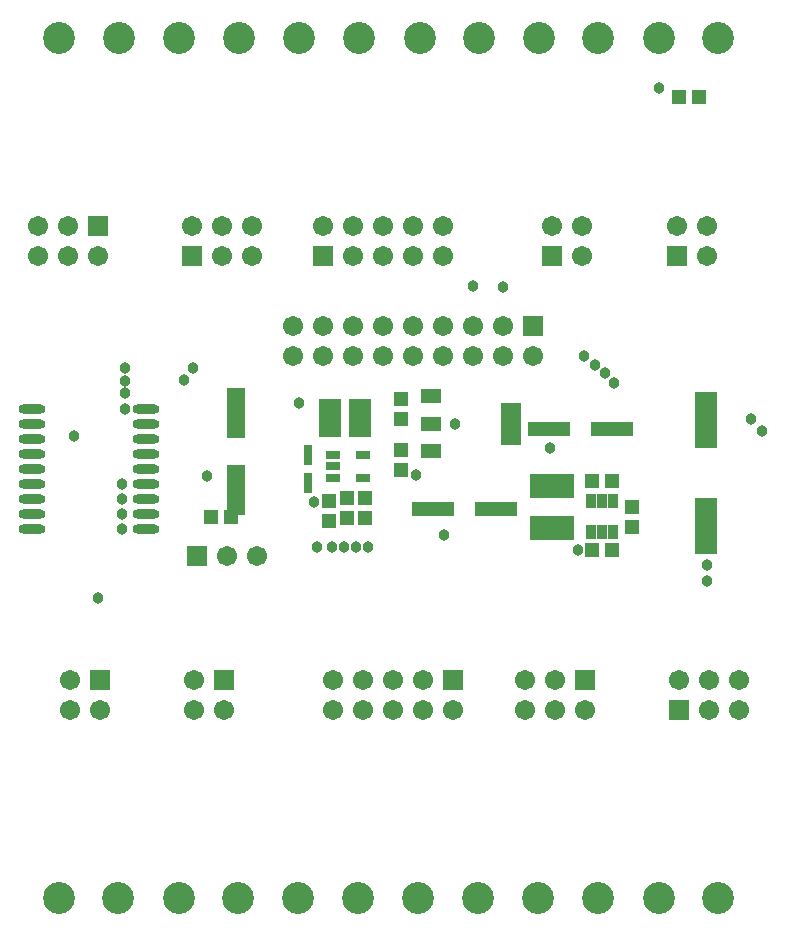
<source format=gts>
%FSDAX24Y24*%
%MOIN*%
%SFA1B1*%

%IPPOS*%
%ADD32R,0.051307X0.047370*%
%ADD33R,0.072960X0.185165*%
%ADD34R,0.149669X0.078803*%
%ADD35R,0.035559X0.047370*%
%ADD36O,0.090677X0.030047*%
%ADD37R,0.069023X0.051307*%
%ADD38R,0.069023X0.051307*%
%ADD39R,0.069023X0.143826*%
%ADD40R,0.141795X0.051244*%
%ADD41R,0.047307X0.031559*%
%ADD42R,0.047370X0.051307*%
%ADD43R,0.074866X0.126834*%
%ADD44R,0.029653X0.065086*%
%ADD45R,0.059118X0.169354*%
%ADD46R,0.067055X0.067055*%
%ADD47C,0.067055*%
%ADD48C,0.106425*%
%ADD49C,0.038000*%
%LNpcb_baseboard-1*%
%LPD*%
G54D32*
X023734Y029100D03*
X023065D03*
X020834Y016300D03*
X020165D03*
X020834Y014000D03*
X020165D03*
X007465Y015100D03*
X008134D03*
G54D33*
X023972Y018329D03*
Y014785D03*
G54D34*
X018823Y014724D03*
Y016141D03*
G54D35*
X020125Y014600D03*
X020500D03*
X020874D03*
X020125Y015623D03*
X020500D03*
X020874D03*
G54D36*
X001507Y018700D03*
Y018200D03*
Y017700D03*
Y017200D03*
Y016700D03*
Y016200D03*
Y015700D03*
Y015200D03*
Y014700D03*
X005286Y018700D03*
Y018200D03*
Y017700D03*
Y017200D03*
Y016700D03*
Y016200D03*
Y015700D03*
Y015200D03*
Y014700D03*
G54D37*
X014800Y019111D03*
G54D38*
X014800Y018205D03*
Y017300D03*
G54D39*
X017457Y018205D03*
G54D40*
X014858Y015370D03*
X016961D03*
X018738Y018029D03*
X020841D03*
G54D41*
X012533Y017152D03*
Y016404D03*
X011514D03*
Y016779D03*
Y017153D03*
G54D42*
X012600Y015065D03*
Y015734D03*
X012000Y015065D03*
Y015734D03*
X011400Y015634D03*
Y014965D03*
X013800Y019034D03*
Y018365D03*
X021500Y014765D03*
Y015434D03*
X013800Y017334D03*
Y016665D03*
G54D43*
X012445Y018391D03*
X011419D03*
G54D44*
X010700Y017162D03*
Y016237D03*
G54D45*
X008300Y016000D03*
Y018572D03*
G54D46*
X003760Y009662D03*
X007890D03*
X015540D03*
X019920D03*
X023060Y008662D03*
X003700Y024802D03*
X006840Y023802D03*
X011200D03*
X018840D03*
X023000D03*
X018200Y021450D03*
X007000Y013800D03*
G54D47*
X003760Y008662D03*
X002760Y009662D03*
Y008662D03*
X007890D03*
X006890Y009662D03*
Y008662D03*
X015540D03*
X014540Y009662D03*
Y008662D03*
X013540Y009662D03*
Y008662D03*
X012540Y009662D03*
Y008662D03*
X011540Y009662D03*
Y008662D03*
X017920D03*
Y009662D03*
X018920Y008662D03*
Y009662D03*
X019920Y008662D03*
X025060Y009662D03*
Y008662D03*
X024060Y009662D03*
Y008662D03*
X023060Y009662D03*
X001700Y023802D03*
Y024802D03*
X002700Y023802D03*
Y024802D03*
X003700Y023802D03*
X008840Y024802D03*
Y023802D03*
X007840Y024802D03*
Y023802D03*
X006840Y024802D03*
X011200D03*
X012200Y023802D03*
Y024802D03*
X013200Y023802D03*
Y024802D03*
X014200Y023802D03*
Y024802D03*
X015200Y023802D03*
Y024802D03*
X018840D03*
X019840Y023802D03*
Y024802D03*
X023000D03*
X024000Y023802D03*
Y024802D03*
X018200Y020450D03*
X017200Y021450D03*
Y020450D03*
X016200Y021450D03*
Y020450D03*
X015200Y021450D03*
Y020450D03*
X014200Y021450D03*
Y020450D03*
X013200Y021450D03*
Y020450D03*
X012200Y021450D03*
Y020450D03*
X011200Y021450D03*
Y020450D03*
X010200Y021450D03*
Y020450D03*
X008000Y013800D03*
X009000D03*
G54D48*
X024364Y031065D03*
X022395D03*
X016394D03*
X014425D03*
X020364D03*
X018395D03*
X008400D03*
X010400D03*
X012400D03*
X006400D03*
X004400D03*
X002400D03*
X004369Y002400D03*
X002400D03*
X008354D03*
X006385D03*
X020370D03*
X018370D03*
X016370D03*
X010360D03*
X012360D03*
X014360D03*
X024354D03*
X022385D03*
G54D49*
X020900Y019550D03*
X022400Y029397D03*
X003694Y012401D03*
X019700Y014000D03*
X015594Y018201D03*
X014300Y016500D03*
X015223Y014497D03*
X010400Y018900D03*
X004612Y019237D03*
Y019637D03*
X004500Y014700D03*
X004612Y018700D03*
X025844Y017951D03*
X025450Y018350D03*
X018750Y017400D03*
X002900Y017800D03*
X006550Y019650D03*
X007338Y016466D03*
X020250Y020150D03*
X020600Y019900D03*
X019900Y020450D03*
X017200Y022750D03*
X016204Y022789D03*
X006850Y020050D03*
X004600D03*
X011000Y014100D03*
X011500D03*
X012300D03*
X012703Y014098D03*
X011900Y014100D03*
X004500Y015200D03*
Y015700D03*
Y016200D03*
X010900Y015600D03*
X024005Y012945D03*
X024000Y013500D03*
M02*
</source>
